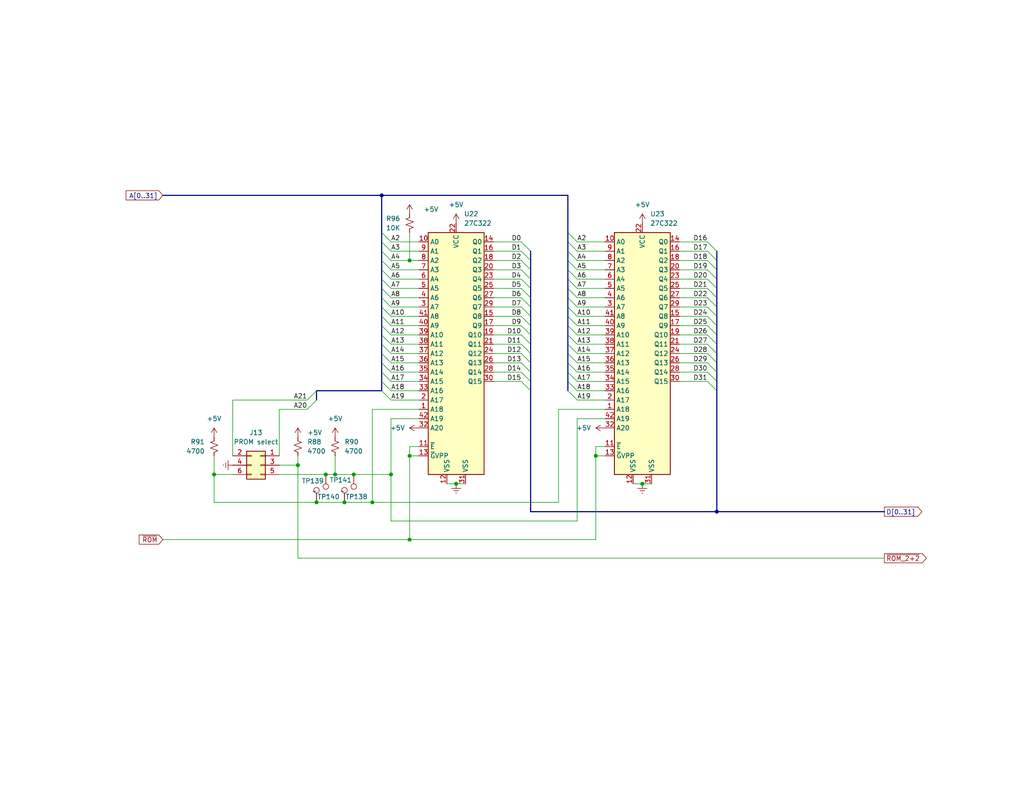
<source format=kicad_sch>
(kicad_sch (version 20250114) (generator "eeschema") (generator_version "9.0")
  (paper "USLetter")
  (title_block (title "Macintosh Classic II") (date "2025-05-29") (company "Apple Computer") (comment 1 "drawn by Bradley Bell"))
  (lib_symbols
    (symbol "Connector:TestPoint" (pin_numbers (hide yes)) (pin_names (offset 0.762) (hide yes))
      (property "Reference" "TP" (at 0 6.858 0))
      (property "Value" "TestPoint" (at 0 5.08 0))
      (symbol "TestPoint_0_1"
        (circle (center 0 3.302) (radius 0.762))
      )
      (symbol "TestPoint_1_1"
        (pin passive line (at 0 0 90) (length 2.54) (name "1") (number "1"))
      )
    )
    (symbol "Connector_Generic:Conn_02x03_Odd_Even" (pin_names (offset 1.016) (hide yes))
      (property "Reference" "J" (at 1.27 5.08 0))
      (property "Value" "Conn_02x03_Odd_Even" (at 1.27 -5.08 0))
      (symbol "Conn_02x03_Odd_Even_1_1"
        (rectangle (start -1.27 3.81) (end 3.81 -3.81) (stroke (width 0.254)) (fill (type background)))
        (rectangle (start -1.27 2.667) (end 0 2.413) (stroke (width 0.1524)))
        (rectangle (start -1.27 0.127) (end 0 -0.127) (stroke (width 0.1524)))
        (rectangle (start -1.27 -2.413) (end 0 -2.667) (stroke (width 0.1524)))
        (rectangle (start 3.81 2.667) (end 2.54 2.413) (stroke (width 0.1524)))
        (rectangle (start 3.81 0.127) (end 2.54 -0.127) (stroke (width 0.1524)))
        (rectangle (start 3.81 -2.413) (end 2.54 -2.667) (stroke (width 0.1524)))
        (pin passive line (at -5.08 2.54 0) (length 3.81) (name "Pin_1") (number "1"))
        (pin passive line (at -5.08 0 0) (length 3.81) (name "Pin_3") (number "3"))
        (pin passive line (at -5.08 -2.54 0) (length 3.81) (name "Pin_5") (number "5"))
        (pin passive line (at 7.62 2.54 180) (length 3.81) (name "Pin_2") (number "2"))
        (pin passive line (at 7.62 0 180) (length 3.81) (name "Pin_4") (number "4"))
        (pin passive line (at 7.62 -2.54 180) (length 3.81) (name "Pin_6") (number "6"))
      )
    )
    (symbol "Device:R_Small_US" (pin_numbers (hide yes)) (pin_names (offset 0.254) (hide yes))
      (property "Reference" "R" (at 0.762 0.508 0))
      (property "Value" "R_Small_US" (at 0.762 -1.016 0))
      (symbol "R_Small_US_1_1"
        (polyline (pts (xy 0 1.524) (xy 1.016 1.143) (xy 0 0.762) (xy -1.016 0.381) (xy 0 0)))
        (polyline (pts (xy 0 0) (xy 1.016 -0.381) (xy 0 -0.762) (xy -1.016 -1.143) (xy 0 -1.524)))
        (pin passive line (at 0 2.54 270) (length 1.016) (name "~") (number "1"))
        (pin passive line (at 0 -2.54 90) (length 1.016) (name "~") (number "2"))
      )
    )
    (symbol "MyEprom:27C322"
      (property "Reference" "U" (at -7.62 31.75 0))
      (property "Value" "27C322" (at 2.794 32.258 0))
      (symbol "27C322_1_1"
        (rectangle (start -7.62 30.48) (end 7.62 -35.56) (stroke (width 0.254)) (fill (type background)))
        (pin input line (at -10.16 27.94 0) (length 2.54) (name "A0") (number "10"))
        (pin input line (at -10.16 25.4 0) (length 2.54) (name "A1") (number "9"))
        (pin input line (at -10.16 22.86 0) (length 2.54) (name "A2") (number "8"))
        (pin input line (at -10.16 20.32 0) (length 2.54) (name "A3") (number "7"))
        (pin input line (at -10.16 17.78 0) (length 2.54) (name "A4") (number "6"))
        (pin input line (at -10.16 15.24 0) (length 2.54) (name "A5") (number "5"))
        (pin input line (at -10.16 12.7 0) (length 2.54) (name "A6") (number "4"))
        (pin input line (at -10.16 10.16 0) (length 2.54) (name "A7") (number "3"))
        (pin input line (at -10.16 7.62 0) (length 2.54) (name "A8") (number "41"))
        (pin input line (at -10.16 5.08 0) (length 2.54) (name "A9") (number "40"))
        (pin input line (at -10.16 2.54 0) (length 2.54) (name "A10") (number "39"))
        (pin input line (at -10.16 0 0) (length 2.54) (name "A11") (number "38"))
        (pin input line (at -10.16 -2.54 0) (length 2.54) (name "A12") (number "37"))
        (pin input line (at -10.16 -5.08 0) (length 2.54) (name "A13") (number "36"))
        (pin input line (at -10.16 -7.62 0) (length 2.54) (name "A14") (number "35"))
        (pin input line (at -10.16 -10.16 0) (length 2.54) (name "A15") (number "34"))
        (pin input line (at -10.16 -12.7 0) (length 2.54) (name "A16") (number "33"))
        (pin input line (at -10.16 -15.24 0) (length 2.54) (name "A17") (number "2"))
        (pin input line (at -10.16 -17.78 0) (length 2.54) (name "A18") (number "1"))
        (pin input line (at -10.16 -20.32 0) (length 2.54) (name "A19") (number "42"))
        (pin input line (at -10.16 -22.86 0) (length 2.54) (name "A20") (number "32"))
        (pin input line (at -10.16 -27.94 0) (length 2.54) (name "~{E}") (number "11"))
        (pin input line (at -10.16 -30.48 0) (length 2.54) (name "~{G}VPP") (number "13"))
        (pin power_in line (at -2.54 -38.1 90) (length 2.54) (name "VSS") (number "12"))
        (pin power_in line (at 0 33.02 270) (length 2.54) (name "VCC") (number "22"))
        (pin power_in line (at 2.54 -38.1 90) (length 2.54) (name "VSS") (number "31"))
        (pin tri_state line (at 10.16 27.94 180) (length 2.54) (name "Q0") (number "14"))
        (pin tri_state line (at 10.16 25.4 180) (length 2.54) (name "Q1") (number "16"))
        (pin tri_state line (at 10.16 22.86 180) (length 2.54) (name "Q2") (number "18"))
        (pin tri_state line (at 10.16 20.32 180) (length 2.54) (name "Q3") (number "20"))
        (pin tri_state line (at 10.16 17.78 180) (length 2.54) (name "Q4") (number "23"))
        (pin tri_state line (at 10.16 15.24 180) (length 2.54) (name "Q5") (number "25"))
        (pin tri_state line (at 10.16 12.7 180) (length 2.54) (name "Q6") (number "27"))
        (pin tri_state line (at 10.16 10.16 180) (length 2.54) (name "Q7") (number "29"))
        (pin tri_state line (at 10.16 7.62 180) (length 2.54) (name "Q8") (number "15"))
        (pin tri_state line (at 10.16 5.08 180) (length 2.54) (name "Q9") (number "17"))
        (pin tri_state line (at 10.16 2.54 180) (length 2.54) (name "Q10") (number "19"))
        (pin tri_state line (at 10.16 0 180) (length 2.54) (name "Q11") (number "21"))
        (pin tri_state line (at 10.16 -2.54 180) (length 2.54) (name "Q12") (number "24"))
        (pin tri_state line (at 10.16 -5.08 180) (length 2.54) (name "Q13") (number "26"))
        (pin tri_state line (at 10.16 -7.62 180) (length 2.54) (name "Q14") (number "28"))
        (pin tri_state line (at 10.16 -10.16 180) (length 2.54) (name "Q15") (number "30"))
      )
    )
    (symbol "power:+5V" (power) (pin_numbers (hide yes)) (pin_names (offset 0) (hide yes))
      (property "Value" "+5V" (at 0 3.556 0))
      (symbol "+5V_0_1"
        (polyline (pts (xy -0.762 1.27) (xy 0 2.54)))
        (polyline (pts (xy 0 2.54) (xy 0.762 1.27)))
        (polyline (pts (xy 0 0) (xy 0 2.54)))
      )
      (symbol "+5V_1_1"
        (pin power_in line (at 0 0 90) (length 0) (name "~") (number "1"))
      )
    )
    (symbol "power:GNDREF" (power) (pin_numbers (hide yes)) (pin_names (offset 0) (hide yes))
      (property "Value" "GNDREF" (at 0 -3.81 0))
      (symbol "GNDREF_0_1"
        (polyline (pts (xy -0.635 -1.905) (xy 0.635 -1.905)))
        (polyline (pts (xy -0.127 -2.54) (xy 0.127 -2.54)))
        (polyline (pts (xy 0 -1.27) (xy 0 0)))
        (polyline (pts (xy 1.27 -1.27) (xy -1.27 -1.27)))
      )
      (symbol "GNDREF_1_1"
        (pin power_in line (at 0 0 270) (length 0) (name "~") (number "1"))
      )
    )
  )
  (junction (at 111.76 124.46))
  (junction (at 88.9 129.54))
  (junction (at 101.6 137.16))
  (junction (at 58.42 129.54))
  (junction (at 111.76 71.12))
  (junction (at 86.36 137.16))
  (junction (at 162.56 124.46))
  (junction (at 104.14 53.34))
  (junction (at 96.52 129.54))
  (junction (at 175.26 132.08))
  (junction (at 195.58 139.7))
  (junction (at 106.68 129.54))
  (junction (at 111.76 147.32))
  (junction (at 93.98 137.16))
  (junction (at 124.46 132.08))
  (junction (at 81.28 127))
  (junction (at 91.44 129.54))
  (bus_entry (at 154.94 83.82) (size 2.54 2.54))
  (bus_entry (at 193.04 91.44) (size 2.54 2.54))
  (bus_entry (at 142.24 91.44) (size 2.54 2.54))
  (bus_entry (at 104.14 86.36) (size 2.54 2.54))
  (bus_entry (at 154.94 93.98) (size 2.54 2.54))
  (bus_entry (at 154.94 66.04) (size 2.54 2.54))
  (bus_entry (at 193.04 104.14) (size 2.54 2.54))
  (bus_entry (at 142.24 73.66) (size 2.54 2.54))
  (bus_entry (at 142.24 71.12) (size 2.54 2.54))
  (bus_entry (at 193.04 96.52) (size 2.54 2.54))
  (bus_entry (at 193.04 81.28) (size 2.54 2.54))
  (bus_entry (at 104.14 76.2) (size 2.54 2.54))
  (bus_entry (at 154.94 104.14) (size 2.54 2.54))
  (bus_entry (at 193.04 66.04) (size 2.54 2.54))
  (bus_entry (at 193.04 78.74) (size 2.54 2.54))
  (bus_entry (at 104.14 96.52) (size 2.54 2.54))
  (bus_entry (at 142.24 104.14) (size 2.54 2.54))
  (bus_entry (at 104.14 99.06) (size 2.54 2.54))
  (bus_entry (at 154.94 76.2) (size 2.54 2.54))
  (bus_entry (at 104.14 93.98) (size 2.54 2.54))
  (bus_entry (at 142.24 81.28) (size 2.54 2.54))
  (bus_entry (at 142.24 93.98) (size 2.54 2.54))
  (bus_entry (at 193.04 86.36) (size 2.54 2.54))
  (bus_entry (at 142.24 76.2) (size 2.54 2.54))
  (bus_entry (at 142.24 78.74) (size 2.54 2.54))
  (bus_entry (at 154.94 106.68) (size 2.54 2.54))
  (bus_entry (at 104.14 66.04) (size 2.54 2.54))
  (bus_entry (at 104.14 101.6) (size 2.54 2.54))
  (bus_entry (at 193.04 76.2) (size 2.54 2.54))
  (bus_entry (at 104.14 63.5) (size 2.54 2.54))
  (bus_entry (at 142.24 86.36) (size 2.54 2.54))
  (bus_entry (at 142.24 83.82) (size 2.54 2.54))
  (bus_entry (at 104.14 71.12) (size 2.54 2.54))
  (bus_entry (at 104.14 106.68) (size 2.54 2.54))
  (bus_entry (at 142.24 88.9) (size 2.54 2.54))
  (bus_entry (at 104.14 88.9) (size 2.54 2.54))
  (bus_entry (at 142.24 99.06) (size 2.54 2.54))
  (bus_entry (at 154.94 78.74) (size 2.54 2.54))
  (bus_entry (at 154.94 81.28) (size 2.54 2.54))
  (bus_entry (at 154.94 101.6) (size 2.54 2.54))
  (bus_entry (at 104.14 78.74) (size 2.54 2.54))
  (bus_entry (at 104.14 81.28) (size 2.54 2.54))
  (bus_entry (at 193.04 93.98) (size 2.54 2.54))
  (bus_entry (at 154.94 63.5) (size 2.54 2.54))
  (bus_entry (at 83.82 111.76) (size 2.54 -2.54))
  (bus_entry (at 154.94 73.66) (size 2.54 2.54))
  (bus_entry (at 83.82 109.22) (size 2.54 -2.54))
  (bus_entry (at 193.04 68.58) (size 2.54 2.54))
  (bus_entry (at 104.14 91.44) (size 2.54 2.54))
  (bus_entry (at 193.04 73.66) (size 2.54 2.54))
  (bus_entry (at 104.14 68.58) (size 2.54 2.54))
  (bus_entry (at 154.94 88.9) (size 2.54 2.54))
  (bus_entry (at 142.24 101.6) (size 2.54 2.54))
  (bus_entry (at 193.04 71.12) (size 2.54 2.54))
  (bus_entry (at 142.24 68.58) (size 2.54 2.54))
  (bus_entry (at 193.04 99.06) (size 2.54 2.54))
  (bus_entry (at 154.94 99.06) (size 2.54 2.54))
  (bus_entry (at 193.04 83.82) (size 2.54 2.54))
  (bus_entry (at 193.04 88.9) (size 2.54 2.54))
  (bus_entry (at 104.14 73.66) (size 2.54 2.54))
  (bus_entry (at 154.94 68.58) (size 2.54 2.54))
  (bus_entry (at 193.04 101.6) (size 2.54 2.54))
  (bus_entry (at 104.14 104.14) (size 2.54 2.54))
  (bus_entry (at 142.24 96.52) (size 2.54 2.54))
  (bus_entry (at 142.24 66.04) (size 2.54 2.54))
  (bus_entry (at 154.94 91.44) (size 2.54 2.54))
  (bus_entry (at 154.94 71.12) (size 2.54 2.54))
  (bus_entry (at 154.94 86.36) (size 2.54 2.54))
  (bus_entry (at 104.14 83.82) (size 2.54 2.54))
  (bus_entry (at 154.94 96.52) (size 2.54 2.54))
  (wire (pts (xy 88.9 129.54) (xy 91.44 129.54)))
  (bus (pts (xy 154.94 71.12) (xy 154.94 68.58)))
  (wire (pts (xy 185.42 99.06) (xy 193.04 99.06)))
  (wire (pts (xy 111.76 124.46) (xy 114.3 124.46)))
  (wire (pts (xy 106.68 101.6) (xy 114.3 101.6)))
  (wire (pts (xy 157.48 76.2) (xy 165.1 76.2)))
  (wire (pts (xy 134.62 83.82) (xy 142.24 83.82)))
  (bus (pts (xy 154.94 96.52) (xy 154.94 93.98)))
  (bus (pts (xy 154.94 81.28) (xy 154.94 78.74)))
  (bus (pts (xy 195.58 96.52) (xy 195.58 93.98)))
  (wire (pts (xy 157.48 93.98) (xy 165.1 93.98)))
  (bus (pts (xy 195.58 139.7) (xy 241.3 139.7)))
  (wire (pts (xy 134.62 96.52) (xy 142.24 96.52)))
  (wire (pts (xy 124.46 132.08) (xy 121.92 132.08)))
  (wire (pts (xy 106.68 68.58) (xy 114.3 68.58)))
  (wire (pts (xy 101.6 111.76) (xy 114.3 111.76)))
  (wire (pts (xy 185.42 78.74) (xy 193.04 78.74)))
  (wire (pts (xy 185.42 68.58) (xy 193.04 68.58)))
  (wire (pts (xy 157.48 142.24) (xy 157.48 114.3)))
  (wire (pts (xy 106.68 104.14) (xy 114.3 104.14)))
  (wire (pts (xy 76.2 129.54) (xy 88.9 129.54)))
  (wire (pts (xy 157.48 78.74) (xy 165.1 78.74)))
  (wire (pts (xy 58.42 129.54) (xy 58.42 137.16)))
  (bus (pts (xy 195.58 93.98) (xy 195.58 91.44)))
  (wire (pts (xy 134.62 91.44) (xy 142.24 91.44)))
  (wire (pts (xy 106.68 142.24) (xy 157.48 142.24)))
  (wire (pts (xy 185.42 86.36) (xy 193.04 86.36)))
  (wire (pts (xy 185.42 73.66) (xy 193.04 73.66)))
  (bus (pts (xy 104.14 68.58) (xy 104.14 66.04)))
  (wire (pts (xy 106.68 91.44) (xy 114.3 91.44)))
  (wire (pts (xy 111.76 147.32) (xy 162.56 147.32)))
  (bus (pts (xy 154.94 73.66) (xy 154.94 71.12)))
  (bus (pts (xy 144.78 76.2) (xy 144.78 73.66)))
  (wire (pts (xy 185.42 91.44) (xy 193.04 91.44)))
  (bus (pts (xy 104.14 93.98) (xy 104.14 91.44)))
  (bus (pts (xy 195.58 106.68) (xy 195.58 139.7)))
  (wire (pts (xy 111.76 63.5) (xy 111.76 71.12)))
  (wire (pts (xy 157.48 71.12) (xy 165.1 71.12)))
  (wire (pts (xy 93.98 137.16) (xy 101.6 137.16)))
  (bus (pts (xy 144.78 73.66) (xy 144.78 71.12)))
  (bus (pts (xy 154.94 93.98) (xy 154.94 91.44)))
  (wire (pts (xy 185.42 101.6) (xy 193.04 101.6)))
  (wire (pts (xy 134.62 71.12) (xy 142.24 71.12)))
  (bus (pts (xy 154.94 88.9) (xy 154.94 86.36)))
  (bus (pts (xy 104.14 88.9) (xy 104.14 86.36)))
  (wire (pts (xy 111.76 124.46) (xy 111.76 147.32)))
  (bus (pts (xy 104.14 86.36) (xy 104.14 83.82)))
  (wire (pts (xy 106.68 66.04) (xy 114.3 66.04)))
  (wire (pts (xy 134.62 66.04) (xy 142.24 66.04)))
  (wire (pts (xy 157.48 81.28) (xy 165.1 81.28)))
  (bus (pts (xy 104.14 66.04) (xy 104.14 63.5)))
  (wire (pts (xy 157.48 99.06) (xy 165.1 99.06)))
  (wire (pts (xy 185.42 83.82) (xy 193.04 83.82)))
  (bus (pts (xy 144.78 93.98) (xy 144.78 91.44)))
  (wire (pts (xy 81.28 127) (xy 76.2 127)))
  (wire (pts (xy 157.48 68.58) (xy 165.1 68.58)))
  (bus (pts (xy 195.58 81.28) (xy 195.58 78.74)))
  (bus (pts (xy 44.45 53.34) (xy 104.14 53.34)))
  (wire (pts (xy 157.48 109.22) (xy 165.1 109.22)))
  (wire (pts (xy 134.62 81.28) (xy 142.24 81.28)))
  (wire (pts (xy 106.68 114.3) (xy 114.3 114.3)))
  (wire (pts (xy 106.68 109.22) (xy 114.3 109.22)))
  (bus (pts (xy 154.94 66.04) (xy 154.94 63.5)))
  (bus (pts (xy 195.58 139.7) (xy 144.78 139.7)))
  (bus (pts (xy 195.58 86.36) (xy 195.58 83.82)))
  (bus (pts (xy 144.78 139.7) (xy 144.78 106.68)))
  (bus (pts (xy 104.14 99.06) (xy 104.14 96.52)))
  (wire (pts (xy 81.28 127) (xy 81.28 152.4)))
  (bus (pts (xy 144.78 96.52) (xy 144.78 93.98)))
  (bus (pts (xy 104.14 96.52) (xy 104.14 93.98)))
  (wire (pts (xy 106.68 78.74) (xy 114.3 78.74)))
  (wire (pts (xy 185.42 66.04) (xy 193.04 66.04)))
  (bus (pts (xy 104.14 53.34) (xy 154.94 53.34)))
  (wire (pts (xy 134.62 99.06) (xy 142.24 99.06)))
  (bus (pts (xy 144.78 106.68) (xy 144.78 104.14)))
  (bus (pts (xy 104.14 81.28) (xy 104.14 78.74)))
  (bus (pts (xy 104.14 53.34) (xy 104.14 63.5)))
  (wire (pts (xy 111.76 71.12) (xy 114.3 71.12)))
  (wire (pts (xy 76.2 111.76) (xy 76.2 124.46)))
  (wire (pts (xy 157.48 114.3) (xy 165.1 114.3)))
  (wire (pts (xy 157.48 88.9) (xy 165.1 88.9)))
  (wire (pts (xy 134.62 76.2) (xy 142.24 76.2)))
  (bus (pts (xy 195.58 91.44) (xy 195.58 88.9)))
  (wire (pts (xy 134.62 68.58) (xy 142.24 68.58)))
  (wire (pts (xy 185.42 71.12) (xy 193.04 71.12)))
  (wire (pts (xy 106.68 93.98) (xy 114.3 93.98)))
  (wire (pts (xy 83.82 111.76) (xy 76.2 111.76)))
  (wire (pts (xy 44.45 147.32) (xy 111.76 147.32)))
  (bus (pts (xy 195.58 83.82) (xy 195.58 81.28)))
  (wire (pts (xy 58.42 124.46) (xy 58.42 129.54)))
  (wire (pts (xy 106.68 83.82) (xy 114.3 83.82)))
  (wire (pts (xy 63.5 109.22) (xy 63.5 124.46)))
  (wire (pts (xy 185.42 81.28) (xy 193.04 81.28)))
  (wire (pts (xy 134.62 73.66) (xy 142.24 73.66)))
  (wire (pts (xy 86.36 137.16) (xy 58.42 137.16)))
  (wire (pts (xy 111.76 121.92) (xy 114.3 121.92)))
  (wire (pts (xy 134.62 88.9) (xy 142.24 88.9)))
  (bus (pts (xy 104.14 101.6) (xy 104.14 99.06)))
  (bus (pts (xy 86.36 106.68) (xy 104.14 106.68)))
  (wire (pts (xy 91.44 124.46) (xy 91.44 129.54)))
  (bus (pts (xy 144.78 86.36) (xy 144.78 83.82)))
  (wire (pts (xy 106.68 71.12) (xy 111.76 71.12)))
  (wire (pts (xy 106.68 86.36) (xy 114.3 86.36)))
  (bus (pts (xy 144.78 83.82) (xy 144.78 81.28)))
  (bus (pts (xy 144.78 78.74) (xy 144.78 76.2)))
  (bus (pts (xy 154.94 76.2) (xy 154.94 73.66)))
  (bus (pts (xy 154.94 86.36) (xy 154.94 83.82)))
  (wire (pts (xy 185.42 93.98) (xy 193.04 93.98)))
  (wire (pts (xy 134.62 78.74) (xy 142.24 78.74)))
  (wire (pts (xy 106.68 129.54) (xy 106.68 114.3)))
  (wire (pts (xy 185.42 96.52) (xy 193.04 96.52)))
  (wire (pts (xy 157.48 83.82) (xy 165.1 83.82)))
  (wire (pts (xy 134.62 93.98) (xy 142.24 93.98)))
  (wire (pts (xy 152.4 111.76) (xy 152.4 137.16)))
  (bus (pts (xy 154.94 53.34) (xy 154.94 63.5)))
  (wire (pts (xy 157.48 106.68) (xy 165.1 106.68)))
  (wire (pts (xy 106.68 96.52) (xy 114.3 96.52)))
  (wire (pts (xy 162.56 124.46) (xy 165.1 124.46)))
  (wire (pts (xy 172.72 132.08) (xy 175.26 132.08)))
  (wire (pts (xy 106.68 129.54) (xy 106.68 142.24)))
  (wire (pts (xy 81.28 127) (xy 81.28 124.46)))
  (wire (pts (xy 157.48 86.36) (xy 165.1 86.36)))
  (wire (pts (xy 101.6 111.76) (xy 101.6 137.16)))
  (wire (pts (xy 106.68 88.9) (xy 114.3 88.9)))
  (bus (pts (xy 195.58 76.2) (xy 195.58 73.66)))
  (wire (pts (xy 177.8 132.08) (xy 175.26 132.08)))
  (bus (pts (xy 104.14 71.12) (xy 104.14 68.58)))
  (bus (pts (xy 154.94 101.6) (xy 154.94 99.06)))
  (bus (pts (xy 144.78 104.14) (xy 144.78 101.6)))
  (wire (pts (xy 134.62 104.14) (xy 142.24 104.14)))
  (bus (pts (xy 195.58 99.06) (xy 195.58 96.52)))
  (bus (pts (xy 154.94 83.82) (xy 154.94 81.28)))
  (wire (pts (xy 91.44 129.54) (xy 96.52 129.54)))
  (bus (pts (xy 154.94 99.06) (xy 154.94 96.52)))
  (wire (pts (xy 134.62 86.36) (xy 142.24 86.36)))
  (bus (pts (xy 154.94 78.74) (xy 154.94 76.2)))
  (bus (pts (xy 154.94 91.44) (xy 154.94 88.9)))
  (bus (pts (xy 144.78 71.12) (xy 144.78 68.58)))
  (bus (pts (xy 144.78 88.9) (xy 144.78 86.36)))
  (wire (pts (xy 162.56 124.46) (xy 162.56 147.32)))
  (bus (pts (xy 144.78 99.06) (xy 144.78 96.52)))
  (wire (pts (xy 58.42 129.54) (xy 63.5 129.54)))
  (bus (pts (xy 195.58 106.68) (xy 195.58 104.14)))
  (wire (pts (xy 106.68 81.28) (xy 114.3 81.28)))
  (bus (pts (xy 195.58 88.9) (xy 195.58 86.36)))
  (wire (pts (xy 157.48 91.44) (xy 165.1 91.44)))
  (bus (pts (xy 195.58 101.6) (xy 195.58 99.06)))
  (wire (pts (xy 134.62 101.6) (xy 142.24 101.6)))
  (bus (pts (xy 154.94 68.58) (xy 154.94 66.04)))
  (bus (pts (xy 104.14 104.14) (xy 104.14 101.6)))
  (bus (pts (xy 144.78 101.6) (xy 144.78 99.06)))
  (wire (pts (xy 157.48 66.04) (xy 165.1 66.04)))
  (wire (pts (xy 185.42 88.9) (xy 193.04 88.9)))
  (wire (pts (xy 162.56 121.92) (xy 162.56 124.46)))
  (wire (pts (xy 165.1 111.76) (xy 152.4 111.76)))
  (wire (pts (xy 83.82 109.22) (xy 63.5 109.22)))
  (bus (pts (xy 195.58 78.74) (xy 195.58 76.2)))
  (bus (pts (xy 104.14 83.82) (xy 104.14 81.28)))
  (bus (pts (xy 104.14 76.2) (xy 104.14 73.66)))
  (wire (pts (xy 185.42 104.14) (xy 193.04 104.14)))
  (wire (pts (xy 86.36 137.16) (xy 93.98 137.16)))
  (wire (pts (xy 106.68 99.06) (xy 114.3 99.06)))
  (bus (pts (xy 144.78 81.28) (xy 144.78 78.74)))
  (wire (pts (xy 162.56 121.92) (xy 165.1 121.92)))
  (wire (pts (xy 106.68 76.2) (xy 114.3 76.2)))
  (wire (pts (xy 185.42 76.2) (xy 193.04 76.2)))
  (bus (pts (xy 104.14 73.66) (xy 104.14 71.12)))
  (bus (pts (xy 144.78 91.44) (xy 144.78 88.9)))
  (bus (pts (xy 195.58 71.12) (xy 195.58 68.58)))
  (bus (pts (xy 195.58 73.66) (xy 195.58 71.12)))
  (bus (pts (xy 104.14 78.74) (xy 104.14 76.2)))
  (wire (pts (xy 127 132.08) (xy 124.46 132.08)))
  (bus (pts (xy 104.14 106.68) (xy 104.14 104.14)))
  (bus (pts (xy 154.94 104.14) (xy 154.94 101.6)))
  (wire (pts (xy 157.48 96.52) (xy 165.1 96.52)))
  (wire (pts (xy 157.48 101.6) (xy 165.1 101.6)))
  (bus (pts (xy 104.14 91.44) (xy 104.14 88.9)))
  (bus (pts (xy 86.36 109.22) (xy 86.36 106.68)))
  (wire (pts (xy 157.48 104.14) (xy 165.1 104.14)))
  (wire (pts (xy 81.28 152.4) (xy 241.3 152.4)))
  (wire (pts (xy 106.68 106.68) (xy 114.3 106.68)))
  (wire (pts (xy 106.68 73.66) (xy 114.3 73.66)))
  (bus (pts (xy 195.58 104.14) (xy 195.58 101.6)))
  (wire (pts (xy 157.48 73.66) (xy 165.1 73.66)))
  (wire (pts (xy 96.52 129.54) (xy 106.68 129.54)))
  (bus (pts (xy 154.94 106.68) (xy 154.94 104.14)))
  (wire (pts (xy 111.76 121.92) (xy 111.76 124.46)))
  (wire (pts (xy 101.6 137.16) (xy 152.4 137.16)))
  (label "A3" (at 157.48 68.58 0))
  (label "D9" (at 142.24 88.9 180))
  (label "A14" (at 157.48 96.52 0))
  (label "A6" (at 157.48 76.2 0))
  (label "D21" (at 193.04 78.74 180))
  (label "D25" (at 193.04 88.9 180))
  (label "D14" (at 142.24 101.6 180))
  (label "D12" (at 142.24 96.52 180))
  (label "D13" (at 142.24 99.06 180))
  (label "A16" (at 106.68 101.6 0))
  (label "A11" (at 157.48 88.9 0))
  (label "D6" (at 142.24 81.28 180))
  (label "D1" (at 142.24 68.58 180))
  (label "A4" (at 106.68 71.12 0))
  (label "A6" (at 106.68 76.2 0))
  (label "D16" (at 193.04 66.04 180))
  (label "A7" (at 106.68 78.74 0))
  (label "A10" (at 106.68 86.36 0))
  (label "A20" (at 83.82 111.76 180))
  (label "D19" (at 193.04 73.66 180))
  (label "D27" (at 193.04 93.98 180))
  (label "A2" (at 106.68 66.04 0))
  (label "D31" (at 193.04 104.14 180))
  (label "D20" (at 193.04 76.2 180))
  (label "A12" (at 106.68 91.44 0))
  (label "D7" (at 142.24 83.82 180))
  (label "D0" (at 142.24 66.04 180))
  (label "A13" (at 106.68 93.98 0))
  (label "D18" (at 193.04 71.12 180))
  (label "A19" (at 157.48 109.22 0))
  (label "D2" (at 142.24 71.12 180))
  (label "D8" (at 142.24 86.36 180))
  (label "A21" (at 83.82 109.22 180))
  (label "A3" (at 106.68 68.58 0))
  (label "A11" (at 106.68 88.9 0))
  (label "A18" (at 106.68 106.68 0))
  (label "A17" (at 106.68 104.14 0))
  (label "D5" (at 142.24 78.74 180))
  (label "D28" (at 193.04 96.52 180))
  (label "A14" (at 106.68 96.52 0))
  (label "A9" (at 157.48 83.82 0))
  (label "A5" (at 157.48 73.66 0))
  (label "A13" (at 157.48 93.98 0))
  (label "A15" (at 106.68 99.06 0))
  (label "A17" (at 157.48 104.14 0))
  (label "A15" (at 157.48 99.06 0))
  (label "A12" (at 157.48 91.44 0))
  (label "A19" (at 106.68 109.22 0))
  (label "D30" (at 193.04 101.6 180))
  (label "A5" (at 106.68 73.66 0))
  (label "D23" (at 193.04 83.82 180))
  (label "A2" (at 157.48 66.04 0))
  (label "D17" (at 193.04 68.58 180))
  (label "D15" (at 142.24 104.14 180))
  (label "A10" (at 157.48 86.36 0))
  (label "A8" (at 106.68 81.28 0))
  (label "A16" (at 157.48 101.6 0))
  (label "A18" (at 157.48 106.68 0))
  (label "D24" (at 193.04 86.36 180))
  (label "D22" (at 193.04 81.28 180))
  (label "A4" (at 157.48 71.12 0))
  (label "D3" (at 142.24 73.66 180))
  (label "D10" (at 142.24 91.44 180))
  (label "D29" (at 193.04 99.06 180))
  (label "D4" (at 142.24 76.2 180))
  (label "A7" (at 157.48 78.74 0))
  (label "A8" (at 157.48 81.28 0))
  (label "D26" (at 193.04 91.44 180))
  (label "A9" (at 106.68 83.82 0))
  (label "D11" (at 142.24 93.98 180))
  (global_label "D[0..31]" (shape output) (at 241.3 139.7 0) (property "Intersheetrefs" "${INTERSHEET_REFS}" (at 252.0867 139.7 0) (effects (justify left))))
  (global_label "~{ROM_2+2}" (shape output) (at 241.3 152.4 0) (property "Intersheetrefs" "${INTERSHEET_REFS}" (at 252.9333 152.4 0) (effects (justify left))))
  (global_label "A[0..31]" (shape input) (at 44.45 53.34 180) (property "Intersheetrefs" "${INTERSHEET_REFS}" (at 33.8447 53.34 0) (effects (justify right))))
  (global_label "~{ROM}" (shape input) (at 44.45 147.32 180) (property "Intersheetrefs" "${INTERSHEET_REFS}" (at 34.9334 147.32 0) (effects (justify right))))
  (symbol (lib_id "power:+5V") (at 165.1 116.84 90) (unit 1)
    (property "Reference" "#PWR0221" (effects (hide yes)))
    (property "Value" "+5V" (at 161.29 116.8399 90) (effects (justify left)))
    (property "Description" "Power symbol creates a global label with name \"+5V\"" (effects (hide yes)))
  )
  (symbol (lib_id "Device:R_Small_US") (at 91.44 121.92 180) (unit 1)
    (property "Reference" "R90" (at 93.98 120.6499 0) (effects (justify right)))
    (property "Value" "4700" (at 93.98 123.1899 0) (effects (justify right)))
    (property "Footprint" "MyPackage:SMD_0805_2012Metric_Pad1.25x1.65mm" (effects (hide yes)))
    (property "Description" "Resistor, small US symbol" (effects (hide yes)))
  )
  (symbol (lib_id "power:GNDREF") (at 175.26 132.08 0) (unit 1)
    (property "Reference" "#PWR084" (effects (hide yes)))
    (property "Value" "GND" (effects (hide yes)))
    (property "Description" "Power symbol creates a global label with name \"GNDREF\" , reference supply ground" (effects (hide yes)))
  )
  (symbol (lib_id "power:+5V") (at 81.28 119.38 0) (mirror y) (unit 1)
    (property "Reference" "#PWR0198" (effects (hide yes)))
    (property "Value" "+5V" (at 83.82 118.1099 0) (effects (justify right)))
    (property "Description" "Power symbol creates a global label with name \"+5V\"" (effects (hide yes)))
  )
  (symbol (lib_id "Device:R_Small_US") (at 58.42 121.92 0) (mirror x) (unit 1)
    (property "Reference" "R91" (at 55.88 120.6499 0) (effects (justify right)))
    (property "Value" "4700" (at 55.88 123.1899 0) (effects (justify right)))
    (property "Footprint" "MyPackage:SMD_0805_2012Metric_Pad1.25x1.65mm" (effects (hide yes)))
    (property "Description" "Resistor, small US symbol" (effects (hide yes)))
  )
  (symbol (lib_id "power:+5V") (at 111.76 58.42 0) (mirror y) (unit 1)
    (property "Reference" "#PWR0229" (effects (hide yes)))
    (property "Value" "+5V" (at 115.57 57.1499 0) (effects (justify right)))
    (property "Description" "Power symbol creates a global label with name \"+5V\"" (effects (hide yes)))
  )
  (symbol (lib_id "Connector:TestPoint") (at 93.98 137.16 0) (mirror y) (unit 1)
    (property "Reference" "TP138" (at 94.234 135.636 0) (effects (justify right)))
    (property "Value" "~" (at 96.52 135.128 0) (effects (justify right)))
    (property "Footprint" "MyPackage:TestPoint_THTPad_D1.0mm_Drill0.5mm" (effects (hide yes)))
    (property "Description" "test point" (effects (hide yes)))
  )
  (symbol (lib_id "MyEprom:27C322") (at 175.26 93.98 0) (unit 1)
    (property "Reference" "U23" (at 177.4033 58.42 0) (effects (justify left)))
    (property "Value" "27C322" (at 177.4033 60.96 0) (effects (justify left)))
    (property "Footprint" "Package_DIP:DIP-42_W15.24mm_Socket" (effects (hide yes)))
    (property "Datasheet" "http://ww1.microchip.com/downloads/en/devicedoc/doc0360.pdf" (effects (hide yes)))
    (property "Description" "OTP EPROM 8 MiBit (1 Mi x 8)" (effects (hide yes)))
  )
  (symbol (lib_id "power:GNDREF") (at 63.5 127 270) (unit 1)
    (property "Reference" "#PWR0219" (effects (hide yes)))
    (property "Value" "GND" (effects (hide yes)))
    (property "Description" "Power symbol creates a global label with name \"GNDREF\" , reference supply ground" (effects (hide yes)))
  )
  (symbol (lib_id "power:GNDREF") (at 124.46 132.08 0) (unit 1)
    (property "Reference" "#PWR083" (effects (hide yes)))
    (property "Value" "GND" (effects (hide yes)))
    (property "Description" "Power symbol creates a global label with name \"GNDREF\" , reference supply ground" (effects (hide yes)))
  )
  (symbol (lib_id "power:+5V") (at 175.26 60.96 0) (mirror y) (unit 1)
    (property "Reference" "#PWR0231" (effects (hide yes)))
    (property "Value" "+5V" (at 175.26 55.88 0))
    (property "Description" "Power symbol creates a global label with name \"+5V\"" (effects (hide yes)))
  )
  (symbol (lib_id "Device:R_Small_US") (at 81.28 121.92 180) (unit 1)
    (property "Reference" "R88" (at 83.82 120.6499 0) (effects (justify right)))
    (property "Value" "4700" (at 83.82 123.1899 0) (effects (justify right)))
    (property "Footprint" "MyPackage:SMD_0805_2012Metric_Pad1.25x1.65mm" (effects (hide yes)))
    (property "Description" "Resistor, small US symbol" (effects (hide yes)))
  )
  (symbol (lib_id "power:+5V") (at 58.42 119.38 0) (unit 1)
    (property "Reference" "#PWR0200" (effects (hide yes)))
    (property "Value" "+5V" (at 58.42 114.3 0))
    (property "Description" "Power symbol creates a global label with name \"+5V\"" (effects (hide yes)))
  )
  (symbol (lib_id "power:+5V") (at 91.44 119.38 0) (mirror y) (unit 1)
    (property "Reference" "#PWR0199" (effects (hide yes)))
    (property "Value" "+5V" (at 91.44 114.3 0))
    (property "Description" "Power symbol creates a global label with name \"+5V\"" (effects (hide yes)))
  )
  (symbol (lib_id "Connector:TestPoint") (at 86.36 137.16 0) (mirror y) (unit 1)
    (property "Reference" "TP140" (at 86.614 135.636 0) (effects (justify right)))
    (property "Value" "~" (at 88.9 135.128 0) (effects (justify right)))
    (property "Footprint" "MyPackage:TestPoint_THTPad_D1.0mm_Drill0.5mm" (effects (hide yes)))
    (property "Description" "test point" (effects (hide yes)))
  )
  (symbol (lib_id "Connector:TestPoint") (at 88.9 129.54 0) (mirror x) (unit 1)
    (property "Reference" "TP139" (at 88.392 131.318 0) (effects (justify right)))
    (property "Value" "~" (at 86.36 134.112 0) (effects (justify right)))
    (property "Footprint" "MyPackage:TestPoint_THTPad_D1.0mm_Drill0.5mm" (effects (hide yes)))
    (property "Description" "test point" (effects (hide yes)))
  )
  (symbol (lib_id "Device:R_Small_US") (at 111.76 60.96 0) (mirror x) (unit 1)
    (property "Reference" "R96" (at 109.22 59.6899 0) (effects (justify right)))
    (property "Value" "10K" (at 109.22 62.2299 0) (effects (justify right)))
    (property "Footprint" "MyPackage:SMD_0805_2012Metric_Pad1.25x1.65mm" (effects (hide yes)))
    (property "Description" "Resistor, small US symbol" (effects (hide yes)))
  )
  (symbol (lib_id "Connector:TestPoint") (at 96.52 129.54 0) (mirror x) (unit 1)
    (property "Reference" "TP141" (at 96.012 131.064 0) (effects (justify right)))
    (property "Value" "~" (at 93.98 134.112 0) (effects (justify right)))
    (property "Footprint" "MyPackage:TestPoint_THTPad_D1.0mm_Drill0.5mm" (effects (hide yes)))
    (property "Description" "test point" (effects (hide yes)))
  )
  (symbol (lib_id "power:+5V") (at 124.46 60.96 0) (mirror y) (unit 1)
    (property "Reference" "#PWR0230" (effects (hide yes)))
    (property "Value" "+5V" (at 124.46 55.88 0))
    (property "Description" "Power symbol creates a global label with name \"+5V\"" (effects (hide yes)))
  )
  (symbol (lib_id "MyEprom:27C322") (at 124.46 93.98 0) (unit 1)
    (property "Reference" "U22" (at 126.6033 58.42 0) (effects (justify left)))
    (property "Value" "27C322" (at 126.6033 60.96 0) (effects (justify left)))
    (property "Footprint" "Package_DIP:DIP-42_W15.24mm_Socket" (effects (hide yes)))
    (property "Datasheet" "http://ww1.microchip.com/downloads/en/devicedoc/doc0360.pdf" (effects (hide yes)))
    (property "Description" "OTP EPROM 8 MiBit (1 Mi x 8)" (effects (hide yes)))
  )
  (symbol (lib_id "power:+5V") (at 114.3 116.84 90) (unit 1)
    (property "Reference" "#PWR0220" (effects (hide yes)))
    (property "Value" "+5V" (at 110.49 116.8399 90) (effects (justify left)))
    (property "Description" "Power symbol creates a global label with name \"+5V\"" (effects (hide yes)))
  )
  (symbol (lib_id "Connector_Generic:Conn_02x03_Odd_Even") (at 71.12 127 0) (mirror y) (unit 1)
    (property "Reference" "J13" (at 69.85 118.11 0))
    (property "Value" "PROM select" (at 69.85 120.65 0))
    (property "Footprint" "Connector_PinHeader_2.54mm:PinHeader_2x03_P2.54mm_Vertical" (effects (hide yes)))
    (property "Description" "Generic connector, double row, 02x03, odd/even pin numbering scheme (row 1 odd numbers, row 2 even numbers), script generated (kicad-library-utils/schlib/autogen/connector/)" (effects (hide yes)))
  )
)
</source>
